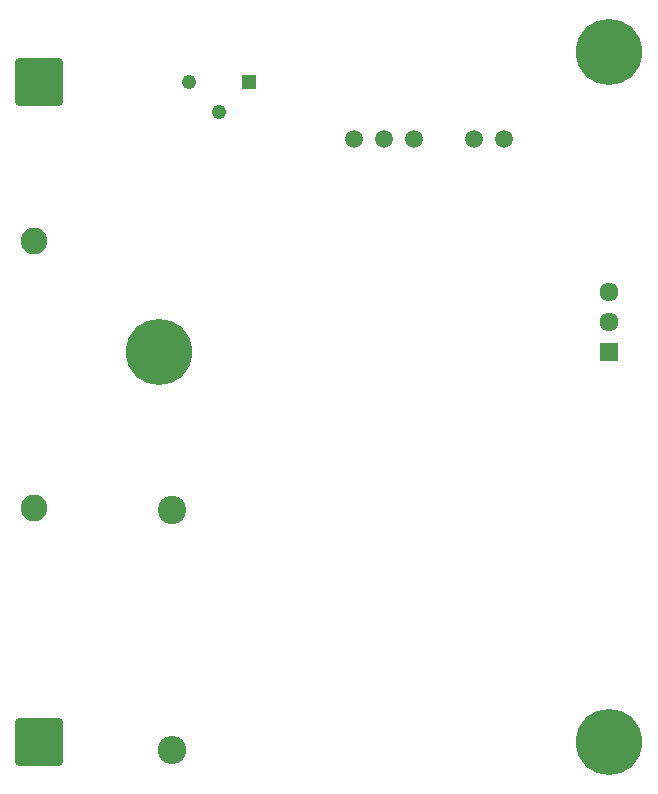
<source format=gbr>
%TF.GenerationSoftware,KiCad,Pcbnew,(6.0.8)*%
%TF.CreationDate,2023-01-11T15:10:29+01:00*%
%TF.ProjectId,TSAL_Voltage_Sensor,5453414c-5f56-46f6-9c74-6167655f5365,rev?*%
%TF.SameCoordinates,Original*%
%TF.FileFunction,Soldermask,Bot*%
%TF.FilePolarity,Negative*%
%FSLAX46Y46*%
G04 Gerber Fmt 4.6, Leading zero omitted, Abs format (unit mm)*
G04 Created by KiCad (PCBNEW (6.0.8)) date 2023-01-11 15:10:29*
%MOMM*%
%LPD*%
G01*
G04 APERTURE LIST*
G04 Aperture macros list*
%AMRoundRect*
0 Rectangle with rounded corners*
0 $1 Rounding radius*
0 $2 $3 $4 $5 $6 $7 $8 $9 X,Y pos of 4 corners*
0 Add a 4 corners polygon primitive as box body*
4,1,4,$2,$3,$4,$5,$6,$7,$8,$9,$2,$3,0*
0 Add four circle primitives for the rounded corners*
1,1,$1+$1,$2,$3*
1,1,$1+$1,$4,$5*
1,1,$1+$1,$6,$7*
1,1,$1+$1,$8,$9*
0 Add four rect primitives between the rounded corners*
20,1,$1+$1,$2,$3,$4,$5,0*
20,1,$1+$1,$4,$5,$6,$7,0*
20,1,$1+$1,$6,$7,$8,$9,0*
20,1,$1+$1,$8,$9,$2,$3,0*%
G04 Aperture macros list end*
%ADD10R,1.217000X1.217000*%
%ADD11C,1.217000*%
%ADD12C,5.600000*%
%ADD13R,1.610000X1.610000*%
%ADD14C,1.610000*%
%ADD15RoundRect,0.250000X-1.750000X-1.750000X1.750000X-1.750000X1.750000X1.750000X-1.750000X1.750000X0*%
%ADD16C,2.250000*%
%ADD17C,2.400000*%
%ADD18O,2.400000X2.400000*%
%ADD19C,1.500000*%
G04 APERTURE END LIST*
D10*
%TO.C,RV1*%
X101600000Y-63500000D03*
D11*
X99060000Y-66040000D03*
X96520000Y-63500000D03*
%TD*%
D12*
%TO.C,REF\u002A\u002A*%
X93980000Y-86360000D03*
%TD*%
%TO.C,*%
X132080000Y-119380000D03*
%TD*%
D13*
%TO.C,J1*%
X132080000Y-86360000D03*
D14*
X132080000Y-83820000D03*
X132080000Y-81280000D03*
%TD*%
D15*
%TO.C,TP2*%
X83820000Y-63500000D03*
%TD*%
%TO.C,TP1*%
X83820000Y-119380000D03*
%TD*%
D16*
%TO.C,F1*%
X83339117Y-99600885D03*
X83339117Y-77000885D03*
%TD*%
D12*
%TO.C,*%
X132080000Y-60960000D03*
%TD*%
D17*
%TO.C,R1*%
X95085306Y-99757822D03*
D18*
X95085306Y-120077822D03*
%TD*%
D19*
%TO.C,PS1*%
X123190000Y-68315000D03*
X120650000Y-68315000D03*
X115570000Y-68315000D03*
X113030000Y-68315000D03*
X110490000Y-68315000D03*
%TD*%
M02*

</source>
